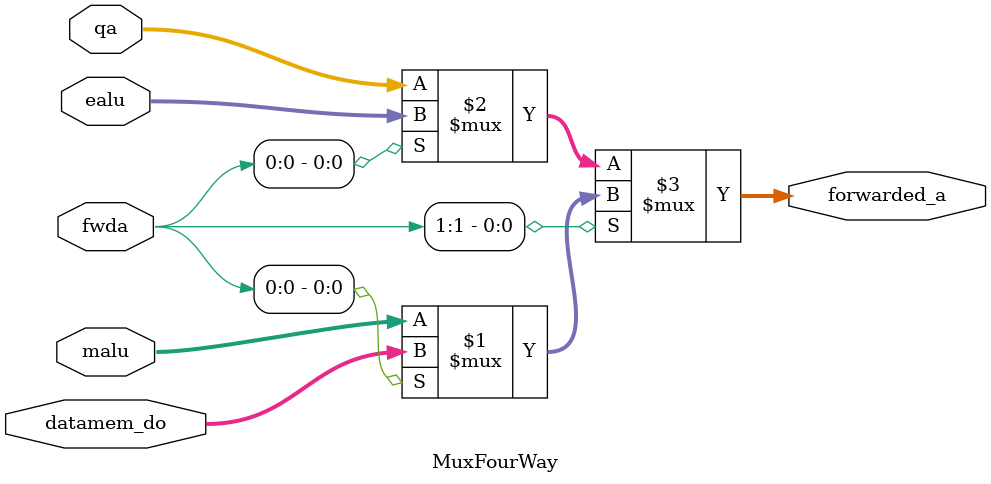
<source format=v>
`timescale 1ns / 1ps


module MuxFourWay(
    input [1:0] fwda,
    input [31:0] qa,
    input [31:0] ealu,
    input [31:0] malu,
    input [31:0] datamem_do,
    output wire [31:0] forwarded_a
    );
    
    assign forwarded_a = fwda[1] ? (fwda[0] ? datamem_do : malu) : (fwda[0] ? ealu : qa);     
    
    
endmodule

</source>
